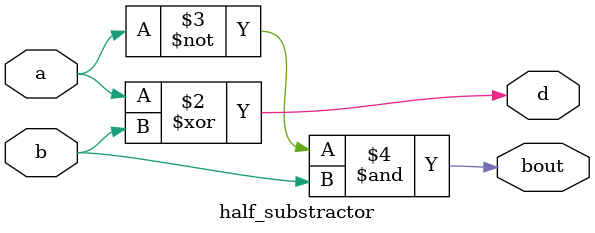
<source format=v>
`timescale 1ns / 1ps
module half_substractor(a,b,d,bout);
    input wire a,b;
    output reg d,bout;
    always @(a,b)
    begin 
    d <= a ^ b;
    bout <= (~a) & b;
    end
endmodule

</source>
